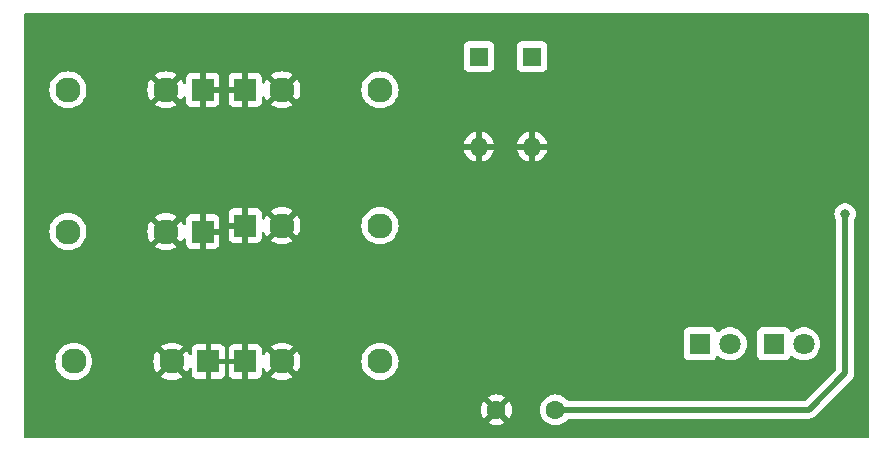
<source format=gbl>
G04 #@! TF.GenerationSoftware,KiCad,Pcbnew,8.0.7*
G04 #@! TF.CreationDate,2025-06-18T23:27:42-07:00*
G04 #@! TF.ProjectId,ESP32_MIDI2CV,45535033-325f-44d4-9944-493243562e6b,rev?*
G04 #@! TF.SameCoordinates,Original*
G04 #@! TF.FileFunction,Copper,L2,Bot*
G04 #@! TF.FilePolarity,Positive*
%FSLAX46Y46*%
G04 Gerber Fmt 4.6, Leading zero omitted, Abs format (unit mm)*
G04 Created by KiCad (PCBNEW 8.0.7) date 2025-06-18 23:27:42*
%MOMM*%
%LPD*%
G01*
G04 APERTURE LIST*
G04 #@! TA.AperFunction,ComponentPad*
%ADD10R,1.830000X1.930000*%
G04 #@! TD*
G04 #@! TA.AperFunction,ComponentPad*
%ADD11C,2.130000*%
G04 #@! TD*
G04 #@! TA.AperFunction,ComponentPad*
%ADD12R,1.800000X1.800000*%
G04 #@! TD*
G04 #@! TA.AperFunction,ComponentPad*
%ADD13C,1.800000*%
G04 #@! TD*
G04 #@! TA.AperFunction,ComponentPad*
%ADD14R,1.600000X1.600000*%
G04 #@! TD*
G04 #@! TA.AperFunction,ComponentPad*
%ADD15O,1.600000X1.600000*%
G04 #@! TD*
G04 #@! TA.AperFunction,ComponentPad*
%ADD16C,1.600000*%
G04 #@! TD*
G04 #@! TA.AperFunction,ViaPad*
%ADD17C,0.800000*%
G04 #@! TD*
G04 #@! TA.AperFunction,Conductor*
%ADD18C,0.500000*%
G04 #@! TD*
G04 APERTURE END LIST*
D10*
X150720000Y-48000000D03*
D11*
X162120000Y-48000000D03*
X153820000Y-48000000D03*
D12*
X189230000Y-58000000D03*
D13*
X191770000Y-58000000D03*
D10*
X147100000Y-48500000D03*
D11*
X135700000Y-48500000D03*
X144000000Y-48500000D03*
D14*
X175000000Y-33690000D03*
D15*
X175000000Y-41310000D03*
D10*
X147600000Y-59500000D03*
D11*
X136200000Y-59500000D03*
X144500000Y-59500000D03*
D12*
X195460000Y-58000000D03*
D13*
X198000000Y-58000000D03*
D10*
X147100000Y-36500000D03*
D11*
X135700000Y-36500000D03*
X144000000Y-36500000D03*
D10*
X150720000Y-59500000D03*
D11*
X162120000Y-59500000D03*
X153820000Y-59500000D03*
D10*
X150720000Y-36500000D03*
D11*
X162120000Y-36500000D03*
X153820000Y-36500000D03*
D14*
X170500000Y-33690000D03*
D15*
X170500000Y-41310000D03*
D16*
X171975000Y-63595000D03*
X176975000Y-63595000D03*
D17*
X187012653Y-55512653D03*
X199000000Y-31500000D03*
X173500000Y-55000000D03*
X172500000Y-60500000D03*
X201500000Y-47000000D03*
D18*
X198405000Y-63595000D02*
X201500000Y-60500000D01*
X176975000Y-63595000D02*
X198405000Y-63595000D01*
X201500000Y-60500000D02*
X201500000Y-47000000D01*
G04 #@! TA.AperFunction,Conductor*
G36*
X203443039Y-30019685D02*
G01*
X203488794Y-30072489D01*
X203500000Y-30124000D01*
X203500000Y-65876000D01*
X203480315Y-65943039D01*
X203427511Y-65988794D01*
X203376000Y-66000000D01*
X132124000Y-66000000D01*
X132056961Y-65980315D01*
X132011206Y-65927511D01*
X132000000Y-65876000D01*
X132000000Y-63594997D01*
X170670034Y-63594997D01*
X170670034Y-63595002D01*
X170689858Y-63821599D01*
X170689860Y-63821610D01*
X170748730Y-64041317D01*
X170748735Y-64041331D01*
X170844863Y-64247478D01*
X170895974Y-64320472D01*
X171575000Y-63641446D01*
X171575000Y-63647661D01*
X171602259Y-63749394D01*
X171654920Y-63840606D01*
X171729394Y-63915080D01*
X171820606Y-63967741D01*
X171922339Y-63995000D01*
X171928553Y-63995000D01*
X171249526Y-64674025D01*
X171322513Y-64725132D01*
X171322521Y-64725136D01*
X171528668Y-64821264D01*
X171528682Y-64821269D01*
X171748389Y-64880139D01*
X171748400Y-64880141D01*
X171974998Y-64899966D01*
X171975002Y-64899966D01*
X172201599Y-64880141D01*
X172201610Y-64880139D01*
X172421317Y-64821269D01*
X172421331Y-64821264D01*
X172627478Y-64725136D01*
X172700471Y-64674024D01*
X172021447Y-63995000D01*
X172027661Y-63995000D01*
X172129394Y-63967741D01*
X172220606Y-63915080D01*
X172295080Y-63840606D01*
X172347741Y-63749394D01*
X172375000Y-63647661D01*
X172375000Y-63641447D01*
X173054024Y-64320471D01*
X173105136Y-64247478D01*
X173201264Y-64041331D01*
X173201269Y-64041317D01*
X173260139Y-63821610D01*
X173260141Y-63821599D01*
X173279966Y-63595002D01*
X173279966Y-63594998D01*
X175669532Y-63594998D01*
X175669532Y-63595001D01*
X175689364Y-63821686D01*
X175689366Y-63821697D01*
X175748258Y-64041488D01*
X175748261Y-64041497D01*
X175844431Y-64247732D01*
X175844432Y-64247734D01*
X175974954Y-64434141D01*
X176135858Y-64595045D01*
X176135861Y-64595047D01*
X176322266Y-64725568D01*
X176528504Y-64821739D01*
X176748308Y-64880635D01*
X176910230Y-64894801D01*
X176974998Y-64900468D01*
X176975000Y-64900468D01*
X176975002Y-64900468D01*
X177031673Y-64895509D01*
X177201692Y-64880635D01*
X177421496Y-64821739D01*
X177627734Y-64725568D01*
X177814139Y-64595047D01*
X177975047Y-64434139D01*
X178000088Y-64398377D01*
X178054665Y-64354752D01*
X178101663Y-64345500D01*
X198478920Y-64345500D01*
X198604744Y-64320471D01*
X198623913Y-64316658D01*
X198760495Y-64260084D01*
X198809729Y-64227186D01*
X198883416Y-64177952D01*
X202082952Y-60978416D01*
X202135892Y-60899184D01*
X202165084Y-60855495D01*
X202221658Y-60718913D01*
X202231096Y-60671462D01*
X202250500Y-60573920D01*
X202250500Y-47534321D01*
X202267113Y-47472321D01*
X202273269Y-47461659D01*
X202327179Y-47368284D01*
X202385674Y-47188256D01*
X202405460Y-47000000D01*
X202385674Y-46811744D01*
X202327179Y-46631716D01*
X202232533Y-46467784D01*
X202105871Y-46327112D01*
X202105870Y-46327111D01*
X201952734Y-46215851D01*
X201952729Y-46215848D01*
X201779807Y-46138857D01*
X201779802Y-46138855D01*
X201634001Y-46107865D01*
X201594646Y-46099500D01*
X201405354Y-46099500D01*
X201372897Y-46106398D01*
X201220197Y-46138855D01*
X201220192Y-46138857D01*
X201047270Y-46215848D01*
X201047265Y-46215851D01*
X200894129Y-46327111D01*
X200767466Y-46467785D01*
X200672821Y-46631715D01*
X200672818Y-46631722D01*
X200614327Y-46811740D01*
X200614326Y-46811744D01*
X200594540Y-47000000D01*
X200614326Y-47188256D01*
X200614327Y-47188259D01*
X200672818Y-47368277D01*
X200672821Y-47368284D01*
X200732887Y-47472321D01*
X200749500Y-47534321D01*
X200749500Y-60137770D01*
X200729815Y-60204809D01*
X200713181Y-60225451D01*
X198130451Y-62808181D01*
X198069128Y-62841666D01*
X198042770Y-62844500D01*
X178101663Y-62844500D01*
X178034624Y-62824815D01*
X178000088Y-62791623D01*
X177975045Y-62755858D01*
X177814141Y-62594954D01*
X177627734Y-62464432D01*
X177627732Y-62464431D01*
X177421497Y-62368261D01*
X177421488Y-62368258D01*
X177201697Y-62309366D01*
X177201693Y-62309365D01*
X177201692Y-62309365D01*
X177201691Y-62309364D01*
X177201686Y-62309364D01*
X176975002Y-62289532D01*
X176974998Y-62289532D01*
X176748313Y-62309364D01*
X176748302Y-62309366D01*
X176528511Y-62368258D01*
X176528502Y-62368261D01*
X176322267Y-62464431D01*
X176322265Y-62464432D01*
X176135858Y-62594954D01*
X175974954Y-62755858D01*
X175844432Y-62942265D01*
X175844431Y-62942267D01*
X175748261Y-63148502D01*
X175748258Y-63148511D01*
X175689366Y-63368302D01*
X175689364Y-63368313D01*
X175669532Y-63594998D01*
X173279966Y-63594998D01*
X173279966Y-63594997D01*
X173260141Y-63368400D01*
X173260139Y-63368389D01*
X173201269Y-63148682D01*
X173201264Y-63148668D01*
X173105136Y-62942521D01*
X173105132Y-62942513D01*
X173054025Y-62869526D01*
X172375000Y-63548551D01*
X172375000Y-63542339D01*
X172347741Y-63440606D01*
X172295080Y-63349394D01*
X172220606Y-63274920D01*
X172129394Y-63222259D01*
X172027661Y-63195000D01*
X172021445Y-63195000D01*
X172700472Y-62515974D01*
X172627478Y-62464863D01*
X172421331Y-62368735D01*
X172421317Y-62368730D01*
X172201610Y-62309860D01*
X172201599Y-62309858D01*
X171975002Y-62290034D01*
X171974998Y-62290034D01*
X171748400Y-62309858D01*
X171748389Y-62309860D01*
X171528682Y-62368730D01*
X171528673Y-62368734D01*
X171322516Y-62464866D01*
X171322512Y-62464868D01*
X171249526Y-62515973D01*
X171249526Y-62515974D01*
X171928553Y-63195000D01*
X171922339Y-63195000D01*
X171820606Y-63222259D01*
X171729394Y-63274920D01*
X171654920Y-63349394D01*
X171602259Y-63440606D01*
X171575000Y-63542339D01*
X171575000Y-63548552D01*
X170895974Y-62869526D01*
X170895973Y-62869526D01*
X170844868Y-62942512D01*
X170844866Y-62942516D01*
X170748734Y-63148673D01*
X170748730Y-63148682D01*
X170689860Y-63368389D01*
X170689858Y-63368400D01*
X170670034Y-63594997D01*
X132000000Y-63594997D01*
X132000000Y-59500000D01*
X134629659Y-59500000D01*
X134648993Y-59745658D01*
X134706517Y-59985264D01*
X134800815Y-60212920D01*
X134929563Y-60423018D01*
X134929564Y-60423020D01*
X134929567Y-60423023D01*
X135089601Y-60610399D01*
X135234648Y-60734280D01*
X135276979Y-60770435D01*
X135276981Y-60770436D01*
X135487079Y-60899184D01*
X135714735Y-60993482D01*
X135714736Y-60993482D01*
X135714738Y-60993483D01*
X135954345Y-61051007D01*
X136200000Y-61070341D01*
X136445655Y-61051007D01*
X136685262Y-60993483D01*
X136912920Y-60899184D01*
X137123023Y-60770433D01*
X137310399Y-60610399D01*
X137470433Y-60423023D01*
X137599184Y-60212920D01*
X137693483Y-59985262D01*
X137751007Y-59745655D01*
X137770341Y-59500000D01*
X142930161Y-59500000D01*
X142949487Y-59745574D01*
X143006992Y-59985102D01*
X143101262Y-60212692D01*
X143227596Y-60418849D01*
X143853036Y-59793409D01*
X143870807Y-59836311D01*
X143948507Y-59952598D01*
X144047402Y-60051493D01*
X144163689Y-60129193D01*
X144206589Y-60146963D01*
X143581149Y-60772402D01*
X143787307Y-60898737D01*
X144014897Y-60993007D01*
X144254426Y-61050512D01*
X144254425Y-61050512D01*
X144500000Y-61069838D01*
X144745574Y-61050512D01*
X144985102Y-60993007D01*
X145212692Y-60898737D01*
X145418849Y-60772403D01*
X145418849Y-60772402D01*
X144793409Y-60146963D01*
X144836311Y-60129193D01*
X144952598Y-60051493D01*
X145051493Y-59952598D01*
X145129193Y-59836311D01*
X145146963Y-59793410D01*
X145772402Y-60418849D01*
X145772403Y-60418849D01*
X145898737Y-60212691D01*
X145898739Y-60212688D01*
X145946439Y-60097530D01*
X145990280Y-60043126D01*
X146056574Y-60021061D01*
X146124273Y-60038340D01*
X146171884Y-60089477D01*
X146185000Y-60144982D01*
X146185000Y-60512844D01*
X146191401Y-60572372D01*
X146191403Y-60572379D01*
X146241645Y-60707086D01*
X146241649Y-60707093D01*
X146327809Y-60822187D01*
X146327812Y-60822190D01*
X146442906Y-60908350D01*
X146442913Y-60908354D01*
X146577620Y-60958596D01*
X146577627Y-60958598D01*
X146637155Y-60964999D01*
X146637172Y-60965000D01*
X147350000Y-60965000D01*
X147350000Y-60056706D01*
X147422069Y-60086558D01*
X147539920Y-60110000D01*
X147660080Y-60110000D01*
X147777931Y-60086558D01*
X147850000Y-60056706D01*
X147850000Y-60965000D01*
X148562828Y-60965000D01*
X148562844Y-60964999D01*
X148622372Y-60958598D01*
X148622379Y-60958596D01*
X148757086Y-60908354D01*
X148757093Y-60908350D01*
X148872187Y-60822190D01*
X148872190Y-60822187D01*
X148958350Y-60707093D01*
X148958354Y-60707086D01*
X149008596Y-60572379D01*
X149008598Y-60572372D01*
X149014999Y-60512844D01*
X149015000Y-60512827D01*
X149015000Y-59750000D01*
X148156706Y-59750000D01*
X148186558Y-59677931D01*
X148210000Y-59560080D01*
X148210000Y-59439920D01*
X148186558Y-59322069D01*
X148156706Y-59250000D01*
X149015000Y-59250000D01*
X149015000Y-58487172D01*
X149014999Y-58487155D01*
X149305000Y-58487155D01*
X149305000Y-59250000D01*
X150163294Y-59250000D01*
X150133442Y-59322069D01*
X150110000Y-59439920D01*
X150110000Y-59560080D01*
X150133442Y-59677931D01*
X150163294Y-59750000D01*
X149305000Y-59750000D01*
X149305000Y-60512844D01*
X149311401Y-60572372D01*
X149311403Y-60572379D01*
X149361645Y-60707086D01*
X149361649Y-60707093D01*
X149447809Y-60822187D01*
X149447812Y-60822190D01*
X149562906Y-60908350D01*
X149562913Y-60908354D01*
X149697620Y-60958596D01*
X149697627Y-60958598D01*
X149757155Y-60964999D01*
X149757172Y-60965000D01*
X150470000Y-60965000D01*
X150470000Y-60056706D01*
X150542069Y-60086558D01*
X150659920Y-60110000D01*
X150780080Y-60110000D01*
X150897931Y-60086558D01*
X150970000Y-60056706D01*
X150970000Y-60965000D01*
X151682828Y-60965000D01*
X151682844Y-60964999D01*
X151742372Y-60958598D01*
X151742379Y-60958596D01*
X151877086Y-60908354D01*
X151877093Y-60908350D01*
X151992187Y-60822190D01*
X151992190Y-60822187D01*
X152078350Y-60707093D01*
X152078354Y-60707086D01*
X152128596Y-60572379D01*
X152128598Y-60572372D01*
X152134999Y-60512844D01*
X152135000Y-60512827D01*
X152135000Y-60144982D01*
X152154685Y-60077943D01*
X152207489Y-60032188D01*
X152276647Y-60022244D01*
X152340203Y-60051269D01*
X152373561Y-60097530D01*
X152421260Y-60212688D01*
X152421262Y-60212691D01*
X152547596Y-60418849D01*
X153173036Y-59793409D01*
X153190807Y-59836311D01*
X153268507Y-59952598D01*
X153367402Y-60051493D01*
X153483689Y-60129193D01*
X153526589Y-60146963D01*
X152901149Y-60772402D01*
X153107307Y-60898737D01*
X153334897Y-60993007D01*
X153574426Y-61050512D01*
X153574425Y-61050512D01*
X153820000Y-61069838D01*
X154065574Y-61050512D01*
X154305102Y-60993007D01*
X154532692Y-60898737D01*
X154738849Y-60772403D01*
X154738849Y-60772402D01*
X154113409Y-60146963D01*
X154156311Y-60129193D01*
X154272598Y-60051493D01*
X154371493Y-59952598D01*
X154449193Y-59836311D01*
X154466963Y-59793409D01*
X155092402Y-60418849D01*
X155092403Y-60418849D01*
X155218737Y-60212692D01*
X155313007Y-59985102D01*
X155370512Y-59745574D01*
X155389838Y-59500000D01*
X160549659Y-59500000D01*
X160568993Y-59745658D01*
X160626517Y-59985264D01*
X160720815Y-60212920D01*
X160849563Y-60423018D01*
X160849564Y-60423020D01*
X160849567Y-60423023D01*
X161009601Y-60610399D01*
X161154648Y-60734280D01*
X161196979Y-60770435D01*
X161196981Y-60770436D01*
X161407079Y-60899184D01*
X161634735Y-60993482D01*
X161634736Y-60993482D01*
X161634738Y-60993483D01*
X161874345Y-61051007D01*
X162120000Y-61070341D01*
X162365655Y-61051007D01*
X162605262Y-60993483D01*
X162832920Y-60899184D01*
X163043023Y-60770433D01*
X163230399Y-60610399D01*
X163390433Y-60423023D01*
X163519184Y-60212920D01*
X163613483Y-59985262D01*
X163671007Y-59745655D01*
X163690341Y-59500000D01*
X163671007Y-59254345D01*
X163613483Y-59014738D01*
X163586142Y-58948730D01*
X163519184Y-58787079D01*
X163390436Y-58576981D01*
X163390435Y-58576979D01*
X163287365Y-58456300D01*
X163230399Y-58389601D01*
X163106516Y-58283795D01*
X163043020Y-58229564D01*
X163043018Y-58229563D01*
X162832920Y-58100815D01*
X162605264Y-58006517D01*
X162365658Y-57948993D01*
X162120000Y-57929659D01*
X161874341Y-57948993D01*
X161634735Y-58006517D01*
X161407079Y-58100815D01*
X161196981Y-58229563D01*
X161196979Y-58229564D01*
X161009601Y-58389601D01*
X160849564Y-58576979D01*
X160849563Y-58576981D01*
X160720815Y-58787079D01*
X160626517Y-59014735D01*
X160568993Y-59254341D01*
X160549659Y-59500000D01*
X155389838Y-59500000D01*
X155370512Y-59254425D01*
X155313007Y-59014897D01*
X155218737Y-58787307D01*
X155092402Y-58581149D01*
X154466963Y-59206589D01*
X154449193Y-59163689D01*
X154371493Y-59047402D01*
X154272598Y-58948507D01*
X154156311Y-58870807D01*
X154113409Y-58853036D01*
X154738849Y-58227596D01*
X154532692Y-58101262D01*
X154305102Y-58006992D01*
X154065573Y-57949487D01*
X154065574Y-57949487D01*
X153820000Y-57930161D01*
X153574425Y-57949487D01*
X153334897Y-58006992D01*
X153107307Y-58101262D01*
X152901149Y-58227596D01*
X153526590Y-58853036D01*
X153483689Y-58870807D01*
X153367402Y-58948507D01*
X153268507Y-59047402D01*
X153190807Y-59163689D01*
X153173036Y-59206589D01*
X152547596Y-58581149D01*
X152421262Y-58787307D01*
X152373561Y-58902470D01*
X152329720Y-58956873D01*
X152263426Y-58978938D01*
X152195727Y-58961659D01*
X152148116Y-58910522D01*
X152135000Y-58855017D01*
X152135000Y-58487172D01*
X152134999Y-58487155D01*
X152128598Y-58427627D01*
X152128596Y-58427620D01*
X152078354Y-58292913D01*
X152078350Y-58292906D01*
X151992190Y-58177812D01*
X151992187Y-58177809D01*
X151877093Y-58091649D01*
X151877086Y-58091645D01*
X151742379Y-58041403D01*
X151742372Y-58041401D01*
X151682844Y-58035000D01*
X150970000Y-58035000D01*
X150970000Y-58943293D01*
X150897931Y-58913442D01*
X150780080Y-58890000D01*
X150659920Y-58890000D01*
X150542069Y-58913442D01*
X150470000Y-58943293D01*
X150470000Y-58035000D01*
X149757155Y-58035000D01*
X149697627Y-58041401D01*
X149697620Y-58041403D01*
X149562913Y-58091645D01*
X149562906Y-58091649D01*
X149447812Y-58177809D01*
X149447809Y-58177812D01*
X149361649Y-58292906D01*
X149361645Y-58292913D01*
X149311403Y-58427620D01*
X149311401Y-58427627D01*
X149305000Y-58487155D01*
X149014999Y-58487155D01*
X149008598Y-58427627D01*
X149008596Y-58427620D01*
X148958354Y-58292913D01*
X148958350Y-58292906D01*
X148872190Y-58177812D01*
X148872187Y-58177809D01*
X148757093Y-58091649D01*
X148757086Y-58091645D01*
X148622379Y-58041403D01*
X148622372Y-58041401D01*
X148562844Y-58035000D01*
X147850000Y-58035000D01*
X147850000Y-58943293D01*
X147777931Y-58913442D01*
X147660080Y-58890000D01*
X147539920Y-58890000D01*
X147422069Y-58913442D01*
X147350000Y-58943293D01*
X147350000Y-58035000D01*
X146637155Y-58035000D01*
X146577627Y-58041401D01*
X146577620Y-58041403D01*
X146442913Y-58091645D01*
X146442906Y-58091649D01*
X146327812Y-58177809D01*
X146327809Y-58177812D01*
X146241649Y-58292906D01*
X146241645Y-58292913D01*
X146191403Y-58427620D01*
X146191401Y-58427627D01*
X146185000Y-58487155D01*
X146185000Y-58855017D01*
X146165315Y-58922056D01*
X146112511Y-58967811D01*
X146043353Y-58977755D01*
X145979797Y-58948730D01*
X145946439Y-58902470D01*
X145898737Y-58787307D01*
X145772402Y-58581149D01*
X145146963Y-59206589D01*
X145129193Y-59163689D01*
X145051493Y-59047402D01*
X144952598Y-58948507D01*
X144836311Y-58870807D01*
X144793409Y-58853036D01*
X145418849Y-58227596D01*
X145212692Y-58101262D01*
X144985102Y-58006992D01*
X144745573Y-57949487D01*
X144745574Y-57949487D01*
X144500000Y-57930161D01*
X144254425Y-57949487D01*
X144014897Y-58006992D01*
X143787307Y-58101262D01*
X143581149Y-58227596D01*
X144206590Y-58853036D01*
X144163689Y-58870807D01*
X144047402Y-58948507D01*
X143948507Y-59047402D01*
X143870807Y-59163689D01*
X143853036Y-59206589D01*
X143227596Y-58581149D01*
X143101262Y-58787307D01*
X143006992Y-59014897D01*
X142949487Y-59254425D01*
X142930161Y-59500000D01*
X137770341Y-59500000D01*
X137751007Y-59254345D01*
X137693483Y-59014738D01*
X137666142Y-58948730D01*
X137599184Y-58787079D01*
X137470436Y-58576981D01*
X137470435Y-58576979D01*
X137367365Y-58456300D01*
X137310399Y-58389601D01*
X137186516Y-58283795D01*
X137123020Y-58229564D01*
X137123018Y-58229563D01*
X136912920Y-58100815D01*
X136685264Y-58006517D01*
X136445658Y-57948993D01*
X136200000Y-57929659D01*
X135954341Y-57948993D01*
X135714735Y-58006517D01*
X135487079Y-58100815D01*
X135276981Y-58229563D01*
X135276979Y-58229564D01*
X135089601Y-58389601D01*
X134929564Y-58576979D01*
X134929563Y-58576981D01*
X134800815Y-58787079D01*
X134706517Y-59014735D01*
X134648993Y-59254341D01*
X134629659Y-59500000D01*
X132000000Y-59500000D01*
X132000000Y-57052135D01*
X187829500Y-57052135D01*
X187829500Y-58947870D01*
X187829501Y-58947876D01*
X187835908Y-59007483D01*
X187886202Y-59142328D01*
X187886206Y-59142335D01*
X187972452Y-59257544D01*
X187972455Y-59257547D01*
X188087664Y-59343793D01*
X188087671Y-59343797D01*
X188222517Y-59394091D01*
X188222516Y-59394091D01*
X188229444Y-59394835D01*
X188282127Y-59400500D01*
X190177872Y-59400499D01*
X190237483Y-59394091D01*
X190372331Y-59343796D01*
X190487546Y-59257546D01*
X190573796Y-59142331D01*
X190602455Y-59065493D01*
X190644326Y-59009559D01*
X190709790Y-58985141D01*
X190778063Y-58999992D01*
X190809866Y-59024843D01*
X190817302Y-59032920D01*
X190818215Y-59033912D01*
X190818222Y-59033918D01*
X191001365Y-59176464D01*
X191001371Y-59176468D01*
X191001374Y-59176470D01*
X191205497Y-59286936D01*
X191307836Y-59322069D01*
X191425015Y-59362297D01*
X191425017Y-59362297D01*
X191425019Y-59362298D01*
X191653951Y-59400500D01*
X191653952Y-59400500D01*
X191886048Y-59400500D01*
X191886049Y-59400500D01*
X192114981Y-59362298D01*
X192334503Y-59286936D01*
X192538626Y-59176470D01*
X192721784Y-59033913D01*
X192878979Y-58863153D01*
X193005924Y-58668849D01*
X193099157Y-58456300D01*
X193156134Y-58231305D01*
X193156278Y-58229567D01*
X193175300Y-58000006D01*
X193175300Y-57999993D01*
X193156135Y-57768702D01*
X193156133Y-57768691D01*
X193099157Y-57543699D01*
X193005924Y-57331151D01*
X192878983Y-57136852D01*
X192878980Y-57136849D01*
X192878979Y-57136847D01*
X192800996Y-57052135D01*
X194059500Y-57052135D01*
X194059500Y-58947870D01*
X194059501Y-58947876D01*
X194065908Y-59007483D01*
X194116202Y-59142328D01*
X194116206Y-59142335D01*
X194202452Y-59257544D01*
X194202455Y-59257547D01*
X194317664Y-59343793D01*
X194317671Y-59343797D01*
X194452517Y-59394091D01*
X194452516Y-59394091D01*
X194459444Y-59394835D01*
X194512127Y-59400500D01*
X196407872Y-59400499D01*
X196467483Y-59394091D01*
X196602331Y-59343796D01*
X196717546Y-59257546D01*
X196803796Y-59142331D01*
X196832455Y-59065493D01*
X196874326Y-59009559D01*
X196939790Y-58985141D01*
X197008063Y-58999992D01*
X197039866Y-59024843D01*
X197047302Y-59032920D01*
X197048215Y-59033912D01*
X197048222Y-59033918D01*
X197231365Y-59176464D01*
X197231371Y-59176468D01*
X197231374Y-59176470D01*
X197435497Y-59286936D01*
X197537836Y-59322069D01*
X197655015Y-59362297D01*
X197655017Y-59362297D01*
X197655019Y-59362298D01*
X197883951Y-59400500D01*
X197883952Y-59400500D01*
X198116048Y-59400500D01*
X198116049Y-59400500D01*
X198344981Y-59362298D01*
X198564503Y-59286936D01*
X198768626Y-59176470D01*
X198951784Y-59033913D01*
X199108979Y-58863153D01*
X199235924Y-58668849D01*
X199329157Y-58456300D01*
X199386134Y-58231305D01*
X199386278Y-58229567D01*
X199405300Y-58000006D01*
X199405300Y-57999993D01*
X199386135Y-57768702D01*
X199386133Y-57768691D01*
X199329157Y-57543699D01*
X199235924Y-57331151D01*
X199108983Y-57136852D01*
X199108980Y-57136849D01*
X199108979Y-57136847D01*
X198951784Y-56966087D01*
X198951779Y-56966083D01*
X198951777Y-56966081D01*
X198768634Y-56823535D01*
X198768628Y-56823531D01*
X198564504Y-56713064D01*
X198564495Y-56713061D01*
X198344984Y-56637702D01*
X198154450Y-56605908D01*
X198116049Y-56599500D01*
X197883951Y-56599500D01*
X197845550Y-56605908D01*
X197655015Y-56637702D01*
X197435504Y-56713061D01*
X197435495Y-56713064D01*
X197231371Y-56823531D01*
X197231365Y-56823535D01*
X197048222Y-56966081D01*
X197048218Y-56966085D01*
X197039866Y-56975158D01*
X196979979Y-57011148D01*
X196910141Y-57009047D01*
X196852525Y-56969522D01*
X196832455Y-56934507D01*
X196803797Y-56857671D01*
X196803793Y-56857664D01*
X196717547Y-56742455D01*
X196717544Y-56742452D01*
X196602335Y-56656206D01*
X196602328Y-56656202D01*
X196467482Y-56605908D01*
X196467483Y-56605908D01*
X196407883Y-56599501D01*
X196407881Y-56599500D01*
X196407873Y-56599500D01*
X196407864Y-56599500D01*
X194512129Y-56599500D01*
X194512123Y-56599501D01*
X194452516Y-56605908D01*
X194317671Y-56656202D01*
X194317664Y-56656206D01*
X194202455Y-56742452D01*
X194202452Y-56742455D01*
X194116206Y-56857664D01*
X194116202Y-56857671D01*
X194065908Y-56992517D01*
X194059501Y-57052116D01*
X194059500Y-57052135D01*
X192800996Y-57052135D01*
X192721784Y-56966087D01*
X192721779Y-56966083D01*
X192721777Y-56966081D01*
X192538634Y-56823535D01*
X192538628Y-56823531D01*
X192334504Y-56713064D01*
X192334495Y-56713061D01*
X192114984Y-56637702D01*
X191924450Y-56605908D01*
X191886049Y-56599500D01*
X191653951Y-56599500D01*
X191615550Y-56605908D01*
X191425015Y-56637702D01*
X191205504Y-56713061D01*
X191205495Y-56713064D01*
X191001371Y-56823531D01*
X191001365Y-56823535D01*
X190818222Y-56966081D01*
X190818218Y-56966085D01*
X190809866Y-56975158D01*
X190749979Y-57011148D01*
X190680141Y-57009047D01*
X190622525Y-56969522D01*
X190602455Y-56934507D01*
X190573797Y-56857671D01*
X190573793Y-56857664D01*
X190487547Y-56742455D01*
X190487544Y-56742452D01*
X190372335Y-56656206D01*
X190372328Y-56656202D01*
X190237482Y-56605908D01*
X190237483Y-56605908D01*
X190177883Y-56599501D01*
X190177881Y-56599500D01*
X190177873Y-56599500D01*
X190177864Y-56599500D01*
X188282129Y-56599500D01*
X188282123Y-56599501D01*
X188222516Y-56605908D01*
X188087671Y-56656202D01*
X188087664Y-56656206D01*
X187972455Y-56742452D01*
X187972452Y-56742455D01*
X187886206Y-56857664D01*
X187886202Y-56857671D01*
X187835908Y-56992517D01*
X187829501Y-57052116D01*
X187829500Y-57052135D01*
X132000000Y-57052135D01*
X132000000Y-48500000D01*
X134129659Y-48500000D01*
X134148993Y-48745658D01*
X134206517Y-48985264D01*
X134300815Y-49212920D01*
X134429563Y-49423018D01*
X134429564Y-49423020D01*
X134429567Y-49423023D01*
X134589601Y-49610399D01*
X134734648Y-49734280D01*
X134776979Y-49770435D01*
X134776981Y-49770436D01*
X134987079Y-49899184D01*
X135214735Y-49993482D01*
X135214736Y-49993482D01*
X135214738Y-49993483D01*
X135454345Y-50051007D01*
X135700000Y-50070341D01*
X135945655Y-50051007D01*
X136185262Y-49993483D01*
X136412920Y-49899184D01*
X136623023Y-49770433D01*
X136810399Y-49610399D01*
X136970433Y-49423023D01*
X137099184Y-49212920D01*
X137193483Y-48985262D01*
X137251007Y-48745655D01*
X137270341Y-48500000D01*
X142430161Y-48500000D01*
X142449487Y-48745574D01*
X142506992Y-48985102D01*
X142601262Y-49212692D01*
X142727596Y-49418849D01*
X143353036Y-48793409D01*
X143370807Y-48836311D01*
X143448507Y-48952598D01*
X143547402Y-49051493D01*
X143663689Y-49129193D01*
X143706589Y-49146963D01*
X143081149Y-49772402D01*
X143287307Y-49898737D01*
X143514897Y-49993007D01*
X143754426Y-50050512D01*
X143754425Y-50050512D01*
X144000000Y-50069838D01*
X144245574Y-50050512D01*
X144485102Y-49993007D01*
X144712692Y-49898737D01*
X144918849Y-49772403D01*
X144918849Y-49772402D01*
X144293409Y-49146963D01*
X144336311Y-49129193D01*
X144452598Y-49051493D01*
X144551493Y-48952598D01*
X144629193Y-48836311D01*
X144646963Y-48793409D01*
X145272402Y-49418849D01*
X145272403Y-49418849D01*
X145398737Y-49212691D01*
X145398739Y-49212688D01*
X145446439Y-49097530D01*
X145490280Y-49043126D01*
X145556574Y-49021061D01*
X145624273Y-49038340D01*
X145671884Y-49089477D01*
X145685000Y-49144982D01*
X145685000Y-49512844D01*
X145691401Y-49572372D01*
X145691403Y-49572379D01*
X145741645Y-49707086D01*
X145741649Y-49707093D01*
X145827809Y-49822187D01*
X145827812Y-49822190D01*
X145942906Y-49908350D01*
X145942913Y-49908354D01*
X146077620Y-49958596D01*
X146077627Y-49958598D01*
X146137155Y-49964999D01*
X146137172Y-49965000D01*
X146850000Y-49965000D01*
X146850000Y-49056706D01*
X146922069Y-49086558D01*
X147039920Y-49110000D01*
X147160080Y-49110000D01*
X147277931Y-49086558D01*
X147350000Y-49056706D01*
X147350000Y-49965000D01*
X148062828Y-49965000D01*
X148062844Y-49964999D01*
X148122372Y-49958598D01*
X148122379Y-49958596D01*
X148257086Y-49908354D01*
X148257093Y-49908350D01*
X148372187Y-49822190D01*
X148372190Y-49822187D01*
X148458350Y-49707093D01*
X148458354Y-49707086D01*
X148508596Y-49572379D01*
X148508598Y-49572372D01*
X148514999Y-49512844D01*
X148515000Y-49512827D01*
X148515000Y-48750000D01*
X147656706Y-48750000D01*
X147686558Y-48677931D01*
X147710000Y-48560080D01*
X147710000Y-48439920D01*
X147686558Y-48322069D01*
X147656706Y-48250000D01*
X148515000Y-48250000D01*
X148515000Y-47487172D01*
X148514999Y-47487155D01*
X148508598Y-47427627D01*
X148508596Y-47427620D01*
X148458354Y-47292913D01*
X148458350Y-47292906D01*
X148372190Y-47177812D01*
X148372187Y-47177809D01*
X148257093Y-47091649D01*
X148257086Y-47091645D01*
X148122379Y-47041403D01*
X148122372Y-47041401D01*
X148062844Y-47035000D01*
X147350000Y-47035000D01*
X147350000Y-47943293D01*
X147277931Y-47913442D01*
X147160080Y-47890000D01*
X147039920Y-47890000D01*
X146922069Y-47913442D01*
X146850000Y-47943293D01*
X146850000Y-47035000D01*
X146137155Y-47035000D01*
X146077627Y-47041401D01*
X146077620Y-47041403D01*
X145942913Y-47091645D01*
X145942906Y-47091649D01*
X145827812Y-47177809D01*
X145827809Y-47177812D01*
X145741649Y-47292906D01*
X145741645Y-47292913D01*
X145691403Y-47427620D01*
X145691401Y-47427627D01*
X145685000Y-47487155D01*
X145685000Y-47855017D01*
X145665315Y-47922056D01*
X145612511Y-47967811D01*
X145543353Y-47977755D01*
X145479797Y-47948730D01*
X145446439Y-47902470D01*
X145398737Y-47787307D01*
X145272402Y-47581149D01*
X144646963Y-48206589D01*
X144629193Y-48163689D01*
X144551493Y-48047402D01*
X144452598Y-47948507D01*
X144336311Y-47870807D01*
X144293409Y-47853036D01*
X144918849Y-47227596D01*
X144712692Y-47101262D01*
X144485102Y-47006992D01*
X144402474Y-46987155D01*
X149305000Y-46987155D01*
X149305000Y-47750000D01*
X150163294Y-47750000D01*
X150133442Y-47822069D01*
X150110000Y-47939920D01*
X150110000Y-48060080D01*
X150133442Y-48177931D01*
X150163294Y-48250000D01*
X149305000Y-48250000D01*
X149305000Y-49012844D01*
X149311401Y-49072372D01*
X149311403Y-49072379D01*
X149361645Y-49207086D01*
X149361649Y-49207093D01*
X149447809Y-49322187D01*
X149447812Y-49322190D01*
X149562906Y-49408350D01*
X149562913Y-49408354D01*
X149697620Y-49458596D01*
X149697627Y-49458598D01*
X149757155Y-49464999D01*
X149757172Y-49465000D01*
X150470000Y-49465000D01*
X150470000Y-48556706D01*
X150542069Y-48586558D01*
X150659920Y-48610000D01*
X150780080Y-48610000D01*
X150897931Y-48586558D01*
X150970000Y-48556706D01*
X150970000Y-49465000D01*
X151682828Y-49465000D01*
X151682844Y-49464999D01*
X151742372Y-49458598D01*
X151742379Y-49458596D01*
X151877086Y-49408354D01*
X151877093Y-49408350D01*
X151992187Y-49322190D01*
X151992190Y-49322187D01*
X152078350Y-49207093D01*
X152078354Y-49207086D01*
X152128596Y-49072379D01*
X152128598Y-49072372D01*
X152134999Y-49012844D01*
X152135000Y-49012827D01*
X152135000Y-48644982D01*
X152154685Y-48577943D01*
X152207489Y-48532188D01*
X152276647Y-48522244D01*
X152340203Y-48551269D01*
X152373561Y-48597530D01*
X152421260Y-48712688D01*
X152421262Y-48712691D01*
X152547596Y-48918849D01*
X153173036Y-48293409D01*
X153190807Y-48336311D01*
X153268507Y-48452598D01*
X153367402Y-48551493D01*
X153483689Y-48629193D01*
X153526589Y-48646963D01*
X152901149Y-49272402D01*
X153107307Y-49398737D01*
X153334897Y-49493007D01*
X153574426Y-49550512D01*
X153574425Y-49550512D01*
X153820000Y-49569838D01*
X154065574Y-49550512D01*
X154305102Y-49493007D01*
X154532692Y-49398737D01*
X154738849Y-49272403D01*
X154738849Y-49272402D01*
X154113409Y-48646963D01*
X154156311Y-48629193D01*
X154272598Y-48551493D01*
X154371493Y-48452598D01*
X154449193Y-48336311D01*
X154466963Y-48293409D01*
X155092402Y-48918849D01*
X155092403Y-48918849D01*
X155218737Y-48712692D01*
X155313007Y-48485102D01*
X155370512Y-48245574D01*
X155389838Y-48000000D01*
X160549659Y-48000000D01*
X160568993Y-48245658D01*
X160626517Y-48485264D01*
X160720815Y-48712920D01*
X160849563Y-48923018D01*
X160849564Y-48923020D01*
X160849567Y-48923023D01*
X161009601Y-49110399D01*
X161126219Y-49210000D01*
X161196979Y-49270435D01*
X161196981Y-49270436D01*
X161407079Y-49399184D01*
X161634735Y-49493482D01*
X161634736Y-49493482D01*
X161634738Y-49493483D01*
X161874345Y-49551007D01*
X162120000Y-49570341D01*
X162365655Y-49551007D01*
X162605262Y-49493483D01*
X162832920Y-49399184D01*
X163043023Y-49270433D01*
X163230399Y-49110399D01*
X163390433Y-48923023D01*
X163519184Y-48712920D01*
X163613483Y-48485262D01*
X163671007Y-48245655D01*
X163690341Y-48000000D01*
X163671007Y-47754345D01*
X163613483Y-47514738D01*
X163613482Y-47514735D01*
X163519184Y-47287079D01*
X163390436Y-47076981D01*
X163390435Y-47076979D01*
X163330660Y-47006992D01*
X163230399Y-46889601D01*
X163106516Y-46783795D01*
X163043020Y-46729564D01*
X163043018Y-46729563D01*
X162832920Y-46600815D01*
X162605264Y-46506517D01*
X162365658Y-46448993D01*
X162120000Y-46429659D01*
X161874341Y-46448993D01*
X161634735Y-46506517D01*
X161407079Y-46600815D01*
X161196981Y-46729563D01*
X161196979Y-46729564D01*
X161009601Y-46889601D01*
X160849564Y-47076979D01*
X160849563Y-47076981D01*
X160720815Y-47287079D01*
X160626517Y-47514735D01*
X160568993Y-47754341D01*
X160549659Y-48000000D01*
X155389838Y-48000000D01*
X155370512Y-47754425D01*
X155313007Y-47514897D01*
X155218737Y-47287307D01*
X155092402Y-47081149D01*
X154466963Y-47706589D01*
X154449193Y-47663689D01*
X154371493Y-47547402D01*
X154272598Y-47448507D01*
X154156311Y-47370807D01*
X154113409Y-47353036D01*
X154738849Y-46727596D01*
X154532692Y-46601262D01*
X154305102Y-46506992D01*
X154065573Y-46449487D01*
X154065574Y-46449487D01*
X153820000Y-46430161D01*
X153574425Y-46449487D01*
X153334897Y-46506992D01*
X153107307Y-46601262D01*
X152901149Y-46727596D01*
X153526590Y-47353036D01*
X153483689Y-47370807D01*
X153367402Y-47448507D01*
X153268507Y-47547402D01*
X153190807Y-47663689D01*
X153173036Y-47706589D01*
X152547596Y-47081149D01*
X152421262Y-47287307D01*
X152373561Y-47402470D01*
X152329720Y-47456873D01*
X152263426Y-47478938D01*
X152195727Y-47461659D01*
X152148116Y-47410522D01*
X152135000Y-47355017D01*
X152135000Y-46987172D01*
X152134999Y-46987155D01*
X152128598Y-46927627D01*
X152128596Y-46927620D01*
X152078354Y-46792913D01*
X152078350Y-46792906D01*
X151992190Y-46677812D01*
X151992187Y-46677809D01*
X151877093Y-46591649D01*
X151877086Y-46591645D01*
X151742379Y-46541403D01*
X151742372Y-46541401D01*
X151682844Y-46535000D01*
X150970000Y-46535000D01*
X150970000Y-47443293D01*
X150897931Y-47413442D01*
X150780080Y-47390000D01*
X150659920Y-47390000D01*
X150542069Y-47413442D01*
X150470000Y-47443293D01*
X150470000Y-46535000D01*
X149757155Y-46535000D01*
X149697627Y-46541401D01*
X149697620Y-46541403D01*
X149562913Y-46591645D01*
X149562906Y-46591649D01*
X149447812Y-46677809D01*
X149447809Y-46677812D01*
X149361649Y-46792906D01*
X149361645Y-46792913D01*
X149311403Y-46927620D01*
X149311401Y-46927627D01*
X149305000Y-46987155D01*
X144402474Y-46987155D01*
X144245573Y-46949487D01*
X144245574Y-46949487D01*
X144000000Y-46930161D01*
X143754425Y-46949487D01*
X143514897Y-47006992D01*
X143287307Y-47101262D01*
X143081149Y-47227596D01*
X143706590Y-47853036D01*
X143663689Y-47870807D01*
X143547402Y-47948507D01*
X143448507Y-48047402D01*
X143370807Y-48163689D01*
X143353036Y-48206589D01*
X142727596Y-47581149D01*
X142601262Y-47787307D01*
X142506992Y-48014897D01*
X142449487Y-48254425D01*
X142430161Y-48500000D01*
X137270341Y-48500000D01*
X137251007Y-48254345D01*
X137193483Y-48014738D01*
X137193482Y-48014735D01*
X137099184Y-47787079D01*
X136970436Y-47576981D01*
X136970435Y-47576979D01*
X136917273Y-47514735D01*
X136810399Y-47389601D01*
X136686516Y-47283795D01*
X136623020Y-47229564D01*
X136623018Y-47229563D01*
X136412920Y-47100815D01*
X136185264Y-47006517D01*
X135945658Y-46948993D01*
X135700000Y-46929659D01*
X135454341Y-46948993D01*
X135214735Y-47006517D01*
X134987079Y-47100815D01*
X134776981Y-47229563D01*
X134776979Y-47229564D01*
X134589601Y-47389601D01*
X134429564Y-47576979D01*
X134429563Y-47576981D01*
X134300815Y-47787079D01*
X134206517Y-48014735D01*
X134148993Y-48254341D01*
X134129659Y-48500000D01*
X132000000Y-48500000D01*
X132000000Y-41059999D01*
X169221127Y-41059999D01*
X169221128Y-41060000D01*
X170184314Y-41060000D01*
X170179920Y-41064394D01*
X170127259Y-41155606D01*
X170100000Y-41257339D01*
X170100000Y-41362661D01*
X170127259Y-41464394D01*
X170179920Y-41555606D01*
X170184314Y-41560000D01*
X169221128Y-41560000D01*
X169273730Y-41756317D01*
X169273734Y-41756326D01*
X169369865Y-41962482D01*
X169500342Y-42148820D01*
X169661179Y-42309657D01*
X169847517Y-42440134D01*
X170053673Y-42536265D01*
X170053682Y-42536269D01*
X170249999Y-42588872D01*
X170250000Y-42588871D01*
X170250000Y-41625686D01*
X170254394Y-41630080D01*
X170345606Y-41682741D01*
X170447339Y-41710000D01*
X170552661Y-41710000D01*
X170654394Y-41682741D01*
X170745606Y-41630080D01*
X170750000Y-41625686D01*
X170750000Y-42588872D01*
X170946317Y-42536269D01*
X170946326Y-42536265D01*
X171152482Y-42440134D01*
X171338820Y-42309657D01*
X171499657Y-42148820D01*
X171630134Y-41962482D01*
X171726265Y-41756326D01*
X171726269Y-41756317D01*
X171778872Y-41560000D01*
X170815686Y-41560000D01*
X170820080Y-41555606D01*
X170872741Y-41464394D01*
X170900000Y-41362661D01*
X170900000Y-41257339D01*
X170872741Y-41155606D01*
X170820080Y-41064394D01*
X170815686Y-41060000D01*
X171778872Y-41060000D01*
X171778872Y-41059999D01*
X173721127Y-41059999D01*
X173721128Y-41060000D01*
X174684314Y-41060000D01*
X174679920Y-41064394D01*
X174627259Y-41155606D01*
X174600000Y-41257339D01*
X174600000Y-41362661D01*
X174627259Y-41464394D01*
X174679920Y-41555606D01*
X174684314Y-41560000D01*
X173721128Y-41560000D01*
X173773730Y-41756317D01*
X173773734Y-41756326D01*
X173869865Y-41962482D01*
X174000342Y-42148820D01*
X174161179Y-42309657D01*
X174347517Y-42440134D01*
X174553673Y-42536265D01*
X174553682Y-42536269D01*
X174749999Y-42588872D01*
X174750000Y-42588871D01*
X174750000Y-41625686D01*
X174754394Y-41630080D01*
X174845606Y-41682741D01*
X174947339Y-41710000D01*
X175052661Y-41710000D01*
X175154394Y-41682741D01*
X175245606Y-41630080D01*
X175250000Y-41625686D01*
X175250000Y-42588872D01*
X175446317Y-42536269D01*
X175446326Y-42536265D01*
X175652482Y-42440134D01*
X175838820Y-42309657D01*
X175999657Y-42148820D01*
X176130134Y-41962482D01*
X176226265Y-41756326D01*
X176226269Y-41756317D01*
X176278872Y-41560000D01*
X175315686Y-41560000D01*
X175320080Y-41555606D01*
X175372741Y-41464394D01*
X175400000Y-41362661D01*
X175400000Y-41257339D01*
X175372741Y-41155606D01*
X175320080Y-41064394D01*
X175315686Y-41060000D01*
X176278872Y-41060000D01*
X176278872Y-41059999D01*
X176226269Y-40863682D01*
X176226265Y-40863673D01*
X176130134Y-40657517D01*
X175999657Y-40471179D01*
X175838820Y-40310342D01*
X175652482Y-40179865D01*
X175446328Y-40083734D01*
X175250000Y-40031127D01*
X175250000Y-40994314D01*
X175245606Y-40989920D01*
X175154394Y-40937259D01*
X175052661Y-40910000D01*
X174947339Y-40910000D01*
X174845606Y-40937259D01*
X174754394Y-40989920D01*
X174750000Y-40994314D01*
X174750000Y-40031127D01*
X174553671Y-40083734D01*
X174347517Y-40179865D01*
X174161179Y-40310342D01*
X174000342Y-40471179D01*
X173869865Y-40657517D01*
X173773734Y-40863673D01*
X173773730Y-40863682D01*
X173721127Y-41059999D01*
X171778872Y-41059999D01*
X171726269Y-40863682D01*
X171726265Y-40863673D01*
X171630134Y-40657517D01*
X171499657Y-40471179D01*
X171338820Y-40310342D01*
X171152482Y-40179865D01*
X170946328Y-40083734D01*
X170750000Y-40031127D01*
X170750000Y-40994314D01*
X170745606Y-40989920D01*
X170654394Y-40937259D01*
X170552661Y-40910000D01*
X170447339Y-40910000D01*
X170345606Y-40937259D01*
X170254394Y-40989920D01*
X170250000Y-40994314D01*
X170250000Y-40031127D01*
X170053671Y-40083734D01*
X169847517Y-40179865D01*
X169661179Y-40310342D01*
X169500342Y-40471179D01*
X169369865Y-40657517D01*
X169273734Y-40863673D01*
X169273730Y-40863682D01*
X169221127Y-41059999D01*
X132000000Y-41059999D01*
X132000000Y-36500000D01*
X134129659Y-36500000D01*
X134148993Y-36745658D01*
X134206517Y-36985264D01*
X134300815Y-37212920D01*
X134429563Y-37423018D01*
X134429564Y-37423020D01*
X134429567Y-37423023D01*
X134589601Y-37610399D01*
X134734648Y-37734280D01*
X134776979Y-37770435D01*
X134776981Y-37770436D01*
X134987079Y-37899184D01*
X135214735Y-37993482D01*
X135214736Y-37993482D01*
X135214738Y-37993483D01*
X135454345Y-38051007D01*
X135700000Y-38070341D01*
X135945655Y-38051007D01*
X136185262Y-37993483D01*
X136412920Y-37899184D01*
X136623023Y-37770433D01*
X136810399Y-37610399D01*
X136970433Y-37423023D01*
X137099184Y-37212920D01*
X137193483Y-36985262D01*
X137251007Y-36745655D01*
X137270341Y-36500000D01*
X142430161Y-36500000D01*
X142449487Y-36745574D01*
X142506992Y-36985102D01*
X142601262Y-37212692D01*
X142727596Y-37418849D01*
X143353036Y-36793409D01*
X143370807Y-36836311D01*
X143448507Y-36952598D01*
X143547402Y-37051493D01*
X143663689Y-37129193D01*
X143706589Y-37146963D01*
X143081149Y-37772402D01*
X143287307Y-37898737D01*
X143514897Y-37993007D01*
X143754426Y-38050512D01*
X143754425Y-38050512D01*
X144000000Y-38069838D01*
X144245574Y-38050512D01*
X144485102Y-37993007D01*
X144712692Y-37898737D01*
X144918849Y-37772403D01*
X144918849Y-37772402D01*
X144293409Y-37146963D01*
X144336311Y-37129193D01*
X144452598Y-37051493D01*
X144551493Y-36952598D01*
X144629193Y-36836311D01*
X144646963Y-36793409D01*
X145272402Y-37418849D01*
X145272403Y-37418849D01*
X145398737Y-37212691D01*
X145398739Y-37212688D01*
X145446439Y-37097530D01*
X145490280Y-37043126D01*
X145556574Y-37021061D01*
X145624273Y-37038340D01*
X145671884Y-37089477D01*
X145685000Y-37144982D01*
X145685000Y-37512844D01*
X145691401Y-37572372D01*
X145691403Y-37572379D01*
X145741645Y-37707086D01*
X145741649Y-37707093D01*
X145827809Y-37822187D01*
X145827812Y-37822190D01*
X145942906Y-37908350D01*
X145942913Y-37908354D01*
X146077620Y-37958596D01*
X146077627Y-37958598D01*
X146137155Y-37964999D01*
X146137172Y-37965000D01*
X146850000Y-37965000D01*
X146850000Y-37056706D01*
X146922069Y-37086558D01*
X147039920Y-37110000D01*
X147160080Y-37110000D01*
X147277931Y-37086558D01*
X147350000Y-37056706D01*
X147350000Y-37965000D01*
X148062828Y-37965000D01*
X148062844Y-37964999D01*
X148122372Y-37958598D01*
X148122379Y-37958596D01*
X148257086Y-37908354D01*
X148257093Y-37908350D01*
X148372187Y-37822190D01*
X148372190Y-37822187D01*
X148458350Y-37707093D01*
X148458354Y-37707086D01*
X148508596Y-37572379D01*
X148508598Y-37572372D01*
X148514999Y-37512844D01*
X148515000Y-37512827D01*
X148515000Y-36750000D01*
X147656706Y-36750000D01*
X147686558Y-36677931D01*
X147710000Y-36560080D01*
X147710000Y-36439920D01*
X147686558Y-36322069D01*
X147656706Y-36250000D01*
X148515000Y-36250000D01*
X148515000Y-35487172D01*
X148514999Y-35487155D01*
X149305000Y-35487155D01*
X149305000Y-36250000D01*
X150163294Y-36250000D01*
X150133442Y-36322069D01*
X150110000Y-36439920D01*
X150110000Y-36560080D01*
X150133442Y-36677931D01*
X150163294Y-36750000D01*
X149305000Y-36750000D01*
X149305000Y-37512844D01*
X149311401Y-37572372D01*
X149311403Y-37572379D01*
X149361645Y-37707086D01*
X149361649Y-37707093D01*
X149447809Y-37822187D01*
X149447812Y-37822190D01*
X149562906Y-37908350D01*
X149562913Y-37908354D01*
X149697620Y-37958596D01*
X149697627Y-37958598D01*
X149757155Y-37964999D01*
X149757172Y-37965000D01*
X150470000Y-37965000D01*
X150470000Y-37056706D01*
X150542069Y-37086558D01*
X150659920Y-37110000D01*
X150780080Y-37110000D01*
X150897931Y-37086558D01*
X150970000Y-37056706D01*
X150970000Y-37965000D01*
X151682828Y-37965000D01*
X151682844Y-37964999D01*
X151742372Y-37958598D01*
X151742379Y-37958596D01*
X151877086Y-37908354D01*
X151877093Y-37908350D01*
X151992187Y-37822190D01*
X151992190Y-37822187D01*
X152078350Y-37707093D01*
X152078354Y-37707086D01*
X152128596Y-37572379D01*
X152128598Y-37572372D01*
X152134999Y-37512844D01*
X152135000Y-37512827D01*
X152135000Y-37144982D01*
X152154685Y-37077943D01*
X152207489Y-37032188D01*
X152276647Y-37022244D01*
X152340203Y-37051269D01*
X152373561Y-37097530D01*
X152421260Y-37212688D01*
X152421262Y-37212691D01*
X152547596Y-37418849D01*
X153173036Y-36793409D01*
X153190807Y-36836311D01*
X153268507Y-36952598D01*
X153367402Y-37051493D01*
X153483689Y-37129193D01*
X153526589Y-37146963D01*
X152901149Y-37772402D01*
X153107307Y-37898737D01*
X153334897Y-37993007D01*
X153574426Y-38050512D01*
X153574425Y-38050512D01*
X153820000Y-38069838D01*
X154065574Y-38050512D01*
X154305102Y-37993007D01*
X154532692Y-37898737D01*
X154738849Y-37772403D01*
X154738849Y-37772402D01*
X154113409Y-37146963D01*
X154156311Y-37129193D01*
X154272598Y-37051493D01*
X154371493Y-36952598D01*
X154449193Y-36836311D01*
X154466963Y-36793409D01*
X155092402Y-37418849D01*
X155092403Y-37418849D01*
X155218737Y-37212692D01*
X155313007Y-36985102D01*
X155370512Y-36745574D01*
X155389838Y-36500000D01*
X160549659Y-36500000D01*
X160568993Y-36745658D01*
X160626517Y-36985264D01*
X160720815Y-37212920D01*
X160849563Y-37423018D01*
X160849564Y-37423020D01*
X160849567Y-37423023D01*
X161009601Y-37610399D01*
X161154648Y-37734280D01*
X161196979Y-37770435D01*
X161196981Y-37770436D01*
X161407079Y-37899184D01*
X161634735Y-37993482D01*
X161634736Y-37993482D01*
X161634738Y-37993483D01*
X161874345Y-38051007D01*
X162120000Y-38070341D01*
X162365655Y-38051007D01*
X162605262Y-37993483D01*
X162832920Y-37899184D01*
X163043023Y-37770433D01*
X163230399Y-37610399D01*
X163390433Y-37423023D01*
X163519184Y-37212920D01*
X163613483Y-36985262D01*
X163671007Y-36745655D01*
X163690341Y-36500000D01*
X163671007Y-36254345D01*
X163613483Y-36014738D01*
X163586142Y-35948730D01*
X163519184Y-35787079D01*
X163390436Y-35576981D01*
X163390435Y-35576979D01*
X163313718Y-35487155D01*
X163230399Y-35389601D01*
X163106516Y-35283795D01*
X163043020Y-35229564D01*
X163043018Y-35229563D01*
X162832920Y-35100815D01*
X162605264Y-35006517D01*
X162365658Y-34948993D01*
X162120000Y-34929659D01*
X161874341Y-34948993D01*
X161634735Y-35006517D01*
X161407079Y-35100815D01*
X161196981Y-35229563D01*
X161196979Y-35229564D01*
X161009601Y-35389601D01*
X160849564Y-35576979D01*
X160849563Y-35576981D01*
X160720815Y-35787079D01*
X160626517Y-36014735D01*
X160568993Y-36254341D01*
X160549659Y-36500000D01*
X155389838Y-36500000D01*
X155370512Y-36254425D01*
X155313007Y-36014897D01*
X155218737Y-35787307D01*
X155092402Y-35581149D01*
X154466963Y-36206589D01*
X154449193Y-36163689D01*
X154371493Y-36047402D01*
X154272598Y-35948507D01*
X154156311Y-35870807D01*
X154113409Y-35853036D01*
X154738849Y-35227596D01*
X154532692Y-35101262D01*
X154305102Y-35006992D01*
X154065573Y-34949487D01*
X154065574Y-34949487D01*
X153820000Y-34930161D01*
X153574425Y-34949487D01*
X153334897Y-35006992D01*
X153107307Y-35101262D01*
X152901149Y-35227596D01*
X153526590Y-35853036D01*
X153483689Y-35870807D01*
X153367402Y-35948507D01*
X153268507Y-36047402D01*
X153190807Y-36163689D01*
X153173036Y-36206589D01*
X152547596Y-35581149D01*
X152421262Y-35787307D01*
X152373561Y-35902470D01*
X152329720Y-35956873D01*
X152263426Y-35978938D01*
X152195727Y-35961659D01*
X152148116Y-35910522D01*
X152135000Y-35855017D01*
X152135000Y-35487172D01*
X152134999Y-35487155D01*
X152128598Y-35427627D01*
X152128596Y-35427620D01*
X152078354Y-35292913D01*
X152078350Y-35292906D01*
X151992190Y-35177812D01*
X151992187Y-35177809D01*
X151877093Y-35091649D01*
X151877086Y-35091645D01*
X151742379Y-35041403D01*
X151742372Y-35041401D01*
X151682844Y-35035000D01*
X150970000Y-35035000D01*
X150970000Y-35943293D01*
X150897931Y-35913442D01*
X150780080Y-35890000D01*
X150659920Y-35890000D01*
X150542069Y-35913442D01*
X150470000Y-35943293D01*
X150470000Y-35035000D01*
X149757155Y-35035000D01*
X149697627Y-35041401D01*
X149697620Y-35041403D01*
X149562913Y-35091645D01*
X149562906Y-35091649D01*
X149447812Y-35177809D01*
X149447809Y-35177812D01*
X149361649Y-35292906D01*
X149361645Y-35292913D01*
X149311403Y-35427620D01*
X149311401Y-35427627D01*
X149305000Y-35487155D01*
X148514999Y-35487155D01*
X148508598Y-35427627D01*
X148508596Y-35427620D01*
X148458354Y-35292913D01*
X148458350Y-35292906D01*
X148372190Y-35177812D01*
X148372187Y-35177809D01*
X148257093Y-35091649D01*
X148257086Y-35091645D01*
X148122379Y-35041403D01*
X148122372Y-35041401D01*
X148062844Y-35035000D01*
X147350000Y-35035000D01*
X147350000Y-35943293D01*
X147277931Y-35913442D01*
X147160080Y-35890000D01*
X147039920Y-35890000D01*
X146922069Y-35913442D01*
X146850000Y-35943293D01*
X146850000Y-35035000D01*
X146137155Y-35035000D01*
X146077627Y-35041401D01*
X146077620Y-35041403D01*
X145942913Y-35091645D01*
X145942906Y-35091649D01*
X145827812Y-35177809D01*
X145827809Y-35177812D01*
X145741649Y-35292906D01*
X145741645Y-35292913D01*
X145691403Y-35427620D01*
X145691401Y-35427627D01*
X145685000Y-35487155D01*
X145685000Y-35855017D01*
X145665315Y-35922056D01*
X145612511Y-35967811D01*
X145543353Y-35977755D01*
X145479797Y-35948730D01*
X145446439Y-35902470D01*
X145398737Y-35787307D01*
X145272402Y-35581149D01*
X144646963Y-36206589D01*
X144629193Y-36163689D01*
X144551493Y-36047402D01*
X144452598Y-35948507D01*
X144336311Y-35870807D01*
X144293409Y-35853036D01*
X144918849Y-35227596D01*
X144712692Y-35101262D01*
X144485102Y-35006992D01*
X144245573Y-34949487D01*
X144245574Y-34949487D01*
X144000000Y-34930161D01*
X143754425Y-34949487D01*
X143514897Y-35006992D01*
X143287307Y-35101262D01*
X143081149Y-35227596D01*
X143706590Y-35853036D01*
X143663689Y-35870807D01*
X143547402Y-35948507D01*
X143448507Y-36047402D01*
X143370807Y-36163689D01*
X143353036Y-36206589D01*
X142727596Y-35581149D01*
X142601262Y-35787307D01*
X142506992Y-36014897D01*
X142449487Y-36254425D01*
X142430161Y-36500000D01*
X137270341Y-36500000D01*
X137251007Y-36254345D01*
X137193483Y-36014738D01*
X137166142Y-35948730D01*
X137099184Y-35787079D01*
X136970436Y-35576981D01*
X136970435Y-35576979D01*
X136893718Y-35487155D01*
X136810399Y-35389601D01*
X136686516Y-35283795D01*
X136623020Y-35229564D01*
X136623018Y-35229563D01*
X136412920Y-35100815D01*
X136185264Y-35006517D01*
X135945658Y-34948993D01*
X135700000Y-34929659D01*
X135454341Y-34948993D01*
X135214735Y-35006517D01*
X134987079Y-35100815D01*
X134776981Y-35229563D01*
X134776979Y-35229564D01*
X134589601Y-35389601D01*
X134429564Y-35576979D01*
X134429563Y-35576981D01*
X134300815Y-35787079D01*
X134206517Y-36014735D01*
X134148993Y-36254341D01*
X134129659Y-36500000D01*
X132000000Y-36500000D01*
X132000000Y-32842135D01*
X169199500Y-32842135D01*
X169199500Y-34537870D01*
X169199501Y-34537876D01*
X169205908Y-34597483D01*
X169256202Y-34732328D01*
X169256206Y-34732335D01*
X169342452Y-34847544D01*
X169342455Y-34847547D01*
X169457664Y-34933793D01*
X169457671Y-34933797D01*
X169592517Y-34984091D01*
X169592516Y-34984091D01*
X169599444Y-34984835D01*
X169652127Y-34990500D01*
X171347872Y-34990499D01*
X171407483Y-34984091D01*
X171542331Y-34933796D01*
X171657546Y-34847546D01*
X171743796Y-34732331D01*
X171794091Y-34597483D01*
X171800500Y-34537873D01*
X171800499Y-32842135D01*
X173699500Y-32842135D01*
X173699500Y-34537870D01*
X173699501Y-34537876D01*
X173705908Y-34597483D01*
X173756202Y-34732328D01*
X173756206Y-34732335D01*
X173842452Y-34847544D01*
X173842455Y-34847547D01*
X173957664Y-34933793D01*
X173957671Y-34933797D01*
X174092517Y-34984091D01*
X174092516Y-34984091D01*
X174099444Y-34984835D01*
X174152127Y-34990500D01*
X175847872Y-34990499D01*
X175907483Y-34984091D01*
X176042331Y-34933796D01*
X176157546Y-34847546D01*
X176243796Y-34732331D01*
X176294091Y-34597483D01*
X176300500Y-34537873D01*
X176300499Y-32842128D01*
X176294091Y-32782517D01*
X176243796Y-32647669D01*
X176243795Y-32647668D01*
X176243793Y-32647664D01*
X176157547Y-32532455D01*
X176157544Y-32532452D01*
X176042335Y-32446206D01*
X176042328Y-32446202D01*
X175907482Y-32395908D01*
X175907483Y-32395908D01*
X175847883Y-32389501D01*
X175847881Y-32389500D01*
X175847873Y-32389500D01*
X175847864Y-32389500D01*
X174152129Y-32389500D01*
X174152123Y-32389501D01*
X174092516Y-32395908D01*
X173957671Y-32446202D01*
X173957664Y-32446206D01*
X173842455Y-32532452D01*
X173842452Y-32532455D01*
X173756206Y-32647664D01*
X173756202Y-32647671D01*
X173705908Y-32782517D01*
X173699501Y-32842116D01*
X173699501Y-32842123D01*
X173699500Y-32842135D01*
X171800499Y-32842135D01*
X171800499Y-32842128D01*
X171794091Y-32782517D01*
X171743796Y-32647669D01*
X171743795Y-32647668D01*
X171743793Y-32647664D01*
X171657547Y-32532455D01*
X171657544Y-32532452D01*
X171542335Y-32446206D01*
X171542328Y-32446202D01*
X171407482Y-32395908D01*
X171407483Y-32395908D01*
X171347883Y-32389501D01*
X171347881Y-32389500D01*
X171347873Y-32389500D01*
X171347864Y-32389500D01*
X169652129Y-32389500D01*
X169652123Y-32389501D01*
X169592516Y-32395908D01*
X169457671Y-32446202D01*
X169457664Y-32446206D01*
X169342455Y-32532452D01*
X169342452Y-32532455D01*
X169256206Y-32647664D01*
X169256202Y-32647671D01*
X169205908Y-32782517D01*
X169199501Y-32842116D01*
X169199501Y-32842123D01*
X169199500Y-32842135D01*
X132000000Y-32842135D01*
X132000000Y-30124000D01*
X132019685Y-30056961D01*
X132072489Y-30011206D01*
X132124000Y-30000000D01*
X203376000Y-30000000D01*
X203443039Y-30019685D01*
G37*
G04 #@! TD.AperFunction*
M02*

</source>
